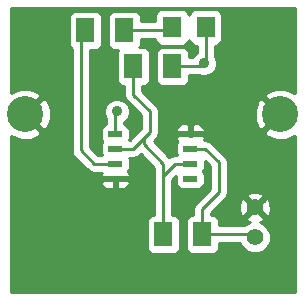
<source format=gtl>
G04 (created by PCBNEW (2013-07-07 BZR 4022)-stable) date 1/23/2014 9:04:30 AM*
%MOIN*%
G04 Gerber Fmt 3.4, Leading zero omitted, Abs format*
%FSLAX34Y34*%
G01*
G70*
G90*
G04 APERTURE LIST*
%ADD10C,0.00590551*%
%ADD11R,0.045X0.02*%
%ADD12R,0.06X0.08*%
%ADD13C,0.055*%
%ADD14R,0.0629X0.0709*%
%ADD15C,0.12*%
%ADD16C,0.035*%
%ADD17C,0.01*%
G04 APERTURE END LIST*
G54D10*
G54D11*
X59250Y-57450D03*
X59250Y-57950D03*
X59250Y-58450D03*
X59250Y-58950D03*
X56750Y-58950D03*
X56750Y-58450D03*
X56750Y-57950D03*
X56750Y-57450D03*
G54D12*
X57350Y-55200D03*
X58650Y-55200D03*
X59650Y-60800D03*
X58350Y-60800D03*
X55750Y-54000D03*
X57050Y-54000D03*
G54D13*
X61400Y-59900D03*
X61400Y-60900D03*
G54D14*
X58641Y-53900D03*
X59759Y-53900D03*
G54D15*
X53750Y-56800D03*
X62250Y-56800D03*
G54D16*
X56800Y-56700D03*
X59700Y-55100D03*
G54D17*
X56750Y-57450D02*
X56750Y-56750D01*
X56750Y-56750D02*
X56800Y-56700D01*
X59759Y-54000D02*
X59759Y-55041D01*
X59759Y-55041D02*
X59700Y-55100D01*
X58650Y-55200D02*
X59600Y-55200D01*
X59600Y-55200D02*
X59700Y-55100D01*
X58350Y-58900D02*
X58350Y-58850D01*
X58750Y-58450D02*
X59250Y-58450D01*
X58350Y-58850D02*
X58750Y-58450D01*
X58350Y-58450D02*
X58350Y-58900D01*
X58350Y-58900D02*
X58350Y-60800D01*
X57350Y-55200D02*
X57350Y-56150D01*
X57350Y-57950D02*
X56750Y-57950D01*
X57350Y-56150D02*
X57900Y-56700D01*
X57700Y-57600D02*
X57700Y-57800D01*
X57700Y-57800D02*
X58350Y-58450D01*
X57900Y-57400D02*
X57700Y-57600D01*
X57700Y-57600D02*
X57350Y-57950D01*
X57900Y-56700D02*
X57900Y-57400D01*
X57050Y-54000D02*
X58641Y-54000D01*
X56750Y-58450D02*
X56050Y-58450D01*
X55600Y-54150D02*
X55750Y-54000D01*
X55600Y-58000D02*
X55600Y-54150D01*
X56050Y-58450D02*
X55600Y-58000D01*
X59650Y-60800D02*
X61300Y-60800D01*
X61300Y-60800D02*
X61400Y-60900D01*
X59650Y-60800D02*
X59650Y-59950D01*
X59750Y-57950D02*
X59250Y-57950D01*
X60200Y-58400D02*
X59750Y-57950D01*
X60200Y-59400D02*
X60200Y-58400D01*
X59650Y-59950D02*
X60200Y-59400D01*
G54D10*
G36*
X62730Y-62730D02*
X61929Y-62730D01*
X61929Y-59975D01*
X61918Y-59767D01*
X61860Y-59627D01*
X61767Y-59602D01*
X61697Y-59673D01*
X61697Y-59532D01*
X61672Y-59439D01*
X61475Y-59370D01*
X61267Y-59381D01*
X61127Y-59439D01*
X61102Y-59532D01*
X61400Y-59829D01*
X61697Y-59532D01*
X61697Y-59673D01*
X61470Y-59900D01*
X61767Y-60197D01*
X61860Y-60172D01*
X61929Y-59975D01*
X61929Y-62730D01*
X61925Y-62730D01*
X61925Y-60796D01*
X61845Y-60603D01*
X61697Y-60455D01*
X61571Y-60402D01*
X61672Y-60360D01*
X61697Y-60267D01*
X61400Y-59970D01*
X61329Y-60041D01*
X61329Y-59900D01*
X61032Y-59602D01*
X60939Y-59627D01*
X60870Y-59824D01*
X60881Y-60032D01*
X60939Y-60172D01*
X61032Y-60197D01*
X61329Y-59900D01*
X61329Y-60041D01*
X61102Y-60267D01*
X61127Y-60360D01*
X61237Y-60399D01*
X61103Y-60454D01*
X61057Y-60500D01*
X60200Y-60500D01*
X60200Y-60350D01*
X60162Y-60258D01*
X60091Y-60188D01*
X59999Y-60150D01*
X59950Y-60150D01*
X59950Y-60074D01*
X60412Y-59612D01*
X60412Y-59612D01*
X60477Y-59514D01*
X60499Y-59400D01*
X60500Y-59400D01*
X60500Y-58400D01*
X60477Y-58285D01*
X60412Y-58187D01*
X59962Y-57737D01*
X59864Y-57672D01*
X59750Y-57650D01*
X59704Y-57650D01*
X59725Y-57599D01*
X59725Y-57300D01*
X59687Y-57208D01*
X59616Y-57138D01*
X59524Y-57100D01*
X59425Y-57099D01*
X59362Y-57100D01*
X59300Y-57162D01*
X59300Y-57400D01*
X59662Y-57400D01*
X59725Y-57337D01*
X59725Y-57300D01*
X59725Y-57599D01*
X59725Y-57562D01*
X59662Y-57500D01*
X59300Y-57500D01*
X59300Y-57507D01*
X59200Y-57507D01*
X59200Y-57500D01*
X59200Y-57400D01*
X59200Y-57162D01*
X59137Y-57100D01*
X59074Y-57099D01*
X58975Y-57100D01*
X58883Y-57138D01*
X58812Y-57208D01*
X58774Y-57300D01*
X58775Y-57337D01*
X58837Y-57400D01*
X59200Y-57400D01*
X59200Y-57500D01*
X58837Y-57500D01*
X58775Y-57562D01*
X58774Y-57599D01*
X58812Y-57691D01*
X58821Y-57699D01*
X58813Y-57708D01*
X58775Y-57800D01*
X58774Y-57899D01*
X58774Y-58099D01*
X58795Y-58150D01*
X58750Y-58150D01*
X58635Y-58172D01*
X58552Y-58228D01*
X58024Y-57700D01*
X58112Y-57612D01*
X58112Y-57612D01*
X58177Y-57514D01*
X58199Y-57400D01*
X58200Y-57400D01*
X58200Y-56700D01*
X58177Y-56585D01*
X58112Y-56487D01*
X58112Y-56487D01*
X57650Y-56025D01*
X57650Y-55850D01*
X57699Y-55850D01*
X57791Y-55812D01*
X57861Y-55741D01*
X57899Y-55649D01*
X57900Y-55550D01*
X57900Y-54750D01*
X57862Y-54658D01*
X57791Y-54588D01*
X57699Y-54550D01*
X57600Y-54549D01*
X57553Y-54549D01*
X57561Y-54541D01*
X57599Y-54449D01*
X57600Y-54350D01*
X57600Y-54300D01*
X58076Y-54300D01*
X58076Y-54304D01*
X58114Y-54395D01*
X58184Y-54466D01*
X58276Y-54504D01*
X58376Y-54504D01*
X59005Y-54504D01*
X59096Y-54466D01*
X59167Y-54396D01*
X59200Y-54317D01*
X59232Y-54395D01*
X59302Y-54466D01*
X59394Y-54504D01*
X59459Y-54504D01*
X59459Y-54740D01*
X59339Y-54858D01*
X59322Y-54900D01*
X59200Y-54900D01*
X59200Y-54750D01*
X59162Y-54658D01*
X59091Y-54588D01*
X58999Y-54550D01*
X58900Y-54549D01*
X58300Y-54549D01*
X58208Y-54587D01*
X58138Y-54658D01*
X58100Y-54750D01*
X58099Y-54849D01*
X58099Y-55649D01*
X58137Y-55741D01*
X58208Y-55811D01*
X58300Y-55849D01*
X58399Y-55850D01*
X58999Y-55850D01*
X59091Y-55812D01*
X59161Y-55741D01*
X59199Y-55649D01*
X59200Y-55550D01*
X59200Y-55500D01*
X59555Y-55500D01*
X59615Y-55524D01*
X59784Y-55525D01*
X59940Y-55460D01*
X60060Y-55341D01*
X60124Y-55184D01*
X60125Y-55015D01*
X60060Y-54859D01*
X60059Y-54858D01*
X60059Y-54504D01*
X60123Y-54504D01*
X60214Y-54466D01*
X60285Y-54396D01*
X60323Y-54304D01*
X60323Y-54204D01*
X60323Y-53495D01*
X60285Y-53404D01*
X60215Y-53333D01*
X60123Y-53295D01*
X60023Y-53295D01*
X59394Y-53295D01*
X59303Y-53333D01*
X59232Y-53403D01*
X59199Y-53482D01*
X59167Y-53404D01*
X59097Y-53333D01*
X59005Y-53295D01*
X58905Y-53295D01*
X58276Y-53295D01*
X58185Y-53333D01*
X58114Y-53403D01*
X58076Y-53495D01*
X58076Y-53595D01*
X58076Y-53700D01*
X57600Y-53700D01*
X57600Y-53550D01*
X57562Y-53458D01*
X57491Y-53388D01*
X57399Y-53350D01*
X57300Y-53349D01*
X56700Y-53349D01*
X56608Y-53387D01*
X56538Y-53458D01*
X56500Y-53550D01*
X56499Y-53649D01*
X56499Y-54449D01*
X56537Y-54541D01*
X56608Y-54611D01*
X56700Y-54649D01*
X56799Y-54650D01*
X56846Y-54650D01*
X56838Y-54658D01*
X56800Y-54750D01*
X56799Y-54849D01*
X56799Y-55649D01*
X56837Y-55741D01*
X56908Y-55811D01*
X57000Y-55849D01*
X57050Y-55849D01*
X57050Y-56150D01*
X57072Y-56264D01*
X57137Y-56362D01*
X57600Y-56824D01*
X57600Y-57275D01*
X57487Y-57387D01*
X57487Y-57387D01*
X57225Y-57650D01*
X57204Y-57650D01*
X57224Y-57599D01*
X57225Y-57500D01*
X57225Y-57300D01*
X57187Y-57208D01*
X57116Y-57138D01*
X57050Y-57110D01*
X57050Y-57050D01*
X57160Y-56941D01*
X57224Y-56784D01*
X57225Y-56615D01*
X57160Y-56459D01*
X57041Y-56339D01*
X56884Y-56275D01*
X56715Y-56274D01*
X56559Y-56339D01*
X56439Y-56458D01*
X56375Y-56615D01*
X56374Y-56784D01*
X56439Y-56940D01*
X56450Y-56950D01*
X56450Y-57110D01*
X56383Y-57137D01*
X56313Y-57208D01*
X56275Y-57300D01*
X56274Y-57399D01*
X56274Y-57599D01*
X56312Y-57691D01*
X56321Y-57699D01*
X56313Y-57708D01*
X56275Y-57800D01*
X56274Y-57899D01*
X56274Y-58099D01*
X56295Y-58150D01*
X56174Y-58150D01*
X55900Y-57875D01*
X55900Y-54650D01*
X56099Y-54650D01*
X56191Y-54612D01*
X56261Y-54541D01*
X56299Y-54449D01*
X56300Y-54350D01*
X56300Y-53550D01*
X56262Y-53458D01*
X56191Y-53388D01*
X56099Y-53350D01*
X56000Y-53349D01*
X55400Y-53349D01*
X55308Y-53387D01*
X55238Y-53458D01*
X55200Y-53550D01*
X55199Y-53649D01*
X55199Y-54449D01*
X55237Y-54541D01*
X55300Y-54603D01*
X55300Y-58000D01*
X55322Y-58114D01*
X55387Y-58212D01*
X55837Y-58662D01*
X55935Y-58727D01*
X56050Y-58750D01*
X56295Y-58750D01*
X56274Y-58800D01*
X56275Y-58837D01*
X56337Y-58900D01*
X56700Y-58900D01*
X56700Y-58892D01*
X56800Y-58892D01*
X56800Y-58900D01*
X57162Y-58900D01*
X57225Y-58837D01*
X57225Y-58800D01*
X57187Y-58708D01*
X57178Y-58700D01*
X57186Y-58691D01*
X57224Y-58599D01*
X57225Y-58500D01*
X57225Y-58300D01*
X57204Y-58250D01*
X57350Y-58250D01*
X57350Y-58249D01*
X57464Y-58227D01*
X57464Y-58227D01*
X57562Y-58162D01*
X57599Y-58124D01*
X58050Y-58574D01*
X58050Y-58850D01*
X58050Y-58900D01*
X58050Y-60149D01*
X58000Y-60149D01*
X57908Y-60187D01*
X57838Y-60258D01*
X57800Y-60350D01*
X57799Y-60449D01*
X57799Y-61249D01*
X57837Y-61341D01*
X57908Y-61411D01*
X58000Y-61449D01*
X58099Y-61450D01*
X58699Y-61450D01*
X58791Y-61412D01*
X58861Y-61341D01*
X58899Y-61249D01*
X58900Y-61150D01*
X58900Y-60350D01*
X58862Y-60258D01*
X58791Y-60188D01*
X58699Y-60150D01*
X58650Y-60150D01*
X58650Y-58974D01*
X58775Y-58849D01*
X58774Y-58899D01*
X58774Y-59099D01*
X58812Y-59191D01*
X58883Y-59261D01*
X58975Y-59299D01*
X59074Y-59300D01*
X59524Y-59300D01*
X59616Y-59262D01*
X59686Y-59191D01*
X59724Y-59099D01*
X59725Y-59000D01*
X59725Y-58800D01*
X59687Y-58708D01*
X59678Y-58700D01*
X59686Y-58691D01*
X59724Y-58599D01*
X59725Y-58500D01*
X59725Y-58349D01*
X59900Y-58524D01*
X59900Y-59275D01*
X59437Y-59737D01*
X59372Y-59835D01*
X59350Y-59950D01*
X59350Y-60149D01*
X59300Y-60149D01*
X59208Y-60187D01*
X59138Y-60258D01*
X59100Y-60350D01*
X59099Y-60449D01*
X59099Y-61249D01*
X59137Y-61341D01*
X59208Y-61411D01*
X59300Y-61449D01*
X59399Y-61450D01*
X59999Y-61450D01*
X60091Y-61412D01*
X60161Y-61341D01*
X60199Y-61249D01*
X60200Y-61150D01*
X60200Y-61100D01*
X60914Y-61100D01*
X60954Y-61197D01*
X61102Y-61344D01*
X61295Y-61424D01*
X61503Y-61425D01*
X61697Y-61345D01*
X61844Y-61197D01*
X61924Y-61004D01*
X61925Y-60796D01*
X61925Y-62730D01*
X57225Y-62730D01*
X57225Y-59099D01*
X57225Y-59062D01*
X57162Y-59000D01*
X56800Y-59000D01*
X56800Y-59237D01*
X56862Y-59300D01*
X56925Y-59300D01*
X57024Y-59299D01*
X57116Y-59261D01*
X57187Y-59191D01*
X57225Y-59099D01*
X57225Y-62730D01*
X56700Y-62730D01*
X56700Y-59237D01*
X56700Y-59000D01*
X56337Y-59000D01*
X56275Y-59062D01*
X56274Y-59099D01*
X56312Y-59191D01*
X56383Y-59261D01*
X56475Y-59299D01*
X56574Y-59300D01*
X56637Y-59300D01*
X56700Y-59237D01*
X56700Y-62730D01*
X54602Y-62730D01*
X54602Y-56953D01*
X54596Y-56615D01*
X54479Y-56331D01*
X54352Y-56267D01*
X53820Y-56800D01*
X54352Y-57332D01*
X54479Y-57268D01*
X54602Y-56953D01*
X54602Y-62730D01*
X53269Y-62730D01*
X53269Y-57505D01*
X53281Y-57529D01*
X53596Y-57652D01*
X53934Y-57646D01*
X54218Y-57529D01*
X54282Y-57402D01*
X53750Y-56870D01*
X53744Y-56876D01*
X53673Y-56805D01*
X53679Y-56800D01*
X53673Y-56794D01*
X53744Y-56723D01*
X53750Y-56729D01*
X54282Y-56197D01*
X54218Y-56070D01*
X53903Y-55947D01*
X53565Y-55953D01*
X53281Y-56070D01*
X53269Y-56094D01*
X53269Y-53269D01*
X62730Y-53269D01*
X62730Y-56094D01*
X62718Y-56070D01*
X62403Y-55947D01*
X62065Y-55953D01*
X61781Y-56070D01*
X61717Y-56197D01*
X62250Y-56729D01*
X62255Y-56723D01*
X62326Y-56794D01*
X62320Y-56800D01*
X62326Y-56805D01*
X62255Y-56876D01*
X62250Y-56870D01*
X62179Y-56941D01*
X62179Y-56800D01*
X61647Y-56267D01*
X61520Y-56331D01*
X61397Y-56646D01*
X61403Y-56984D01*
X61520Y-57268D01*
X61647Y-57332D01*
X62179Y-56800D01*
X62179Y-56941D01*
X61717Y-57402D01*
X61781Y-57529D01*
X62096Y-57652D01*
X62434Y-57646D01*
X62718Y-57529D01*
X62730Y-57505D01*
X62730Y-62730D01*
X62730Y-62730D01*
G37*
G54D17*
X62730Y-62730D02*
X61929Y-62730D01*
X61929Y-59975D01*
X61918Y-59767D01*
X61860Y-59627D01*
X61767Y-59602D01*
X61697Y-59673D01*
X61697Y-59532D01*
X61672Y-59439D01*
X61475Y-59370D01*
X61267Y-59381D01*
X61127Y-59439D01*
X61102Y-59532D01*
X61400Y-59829D01*
X61697Y-59532D01*
X61697Y-59673D01*
X61470Y-59900D01*
X61767Y-60197D01*
X61860Y-60172D01*
X61929Y-59975D01*
X61929Y-62730D01*
X61925Y-62730D01*
X61925Y-60796D01*
X61845Y-60603D01*
X61697Y-60455D01*
X61571Y-60402D01*
X61672Y-60360D01*
X61697Y-60267D01*
X61400Y-59970D01*
X61329Y-60041D01*
X61329Y-59900D01*
X61032Y-59602D01*
X60939Y-59627D01*
X60870Y-59824D01*
X60881Y-60032D01*
X60939Y-60172D01*
X61032Y-60197D01*
X61329Y-59900D01*
X61329Y-60041D01*
X61102Y-60267D01*
X61127Y-60360D01*
X61237Y-60399D01*
X61103Y-60454D01*
X61057Y-60500D01*
X60200Y-60500D01*
X60200Y-60350D01*
X60162Y-60258D01*
X60091Y-60188D01*
X59999Y-60150D01*
X59950Y-60150D01*
X59950Y-60074D01*
X60412Y-59612D01*
X60412Y-59612D01*
X60477Y-59514D01*
X60499Y-59400D01*
X60500Y-59400D01*
X60500Y-58400D01*
X60477Y-58285D01*
X60412Y-58187D01*
X59962Y-57737D01*
X59864Y-57672D01*
X59750Y-57650D01*
X59704Y-57650D01*
X59725Y-57599D01*
X59725Y-57300D01*
X59687Y-57208D01*
X59616Y-57138D01*
X59524Y-57100D01*
X59425Y-57099D01*
X59362Y-57100D01*
X59300Y-57162D01*
X59300Y-57400D01*
X59662Y-57400D01*
X59725Y-57337D01*
X59725Y-57300D01*
X59725Y-57599D01*
X59725Y-57562D01*
X59662Y-57500D01*
X59300Y-57500D01*
X59300Y-57507D01*
X59200Y-57507D01*
X59200Y-57500D01*
X59200Y-57400D01*
X59200Y-57162D01*
X59137Y-57100D01*
X59074Y-57099D01*
X58975Y-57100D01*
X58883Y-57138D01*
X58812Y-57208D01*
X58774Y-57300D01*
X58775Y-57337D01*
X58837Y-57400D01*
X59200Y-57400D01*
X59200Y-57500D01*
X58837Y-57500D01*
X58775Y-57562D01*
X58774Y-57599D01*
X58812Y-57691D01*
X58821Y-57699D01*
X58813Y-57708D01*
X58775Y-57800D01*
X58774Y-57899D01*
X58774Y-58099D01*
X58795Y-58150D01*
X58750Y-58150D01*
X58635Y-58172D01*
X58552Y-58228D01*
X58024Y-57700D01*
X58112Y-57612D01*
X58112Y-57612D01*
X58177Y-57514D01*
X58199Y-57400D01*
X58200Y-57400D01*
X58200Y-56700D01*
X58177Y-56585D01*
X58112Y-56487D01*
X58112Y-56487D01*
X57650Y-56025D01*
X57650Y-55850D01*
X57699Y-55850D01*
X57791Y-55812D01*
X57861Y-55741D01*
X57899Y-55649D01*
X57900Y-55550D01*
X57900Y-54750D01*
X57862Y-54658D01*
X57791Y-54588D01*
X57699Y-54550D01*
X57600Y-54549D01*
X57553Y-54549D01*
X57561Y-54541D01*
X57599Y-54449D01*
X57600Y-54350D01*
X57600Y-54300D01*
X58076Y-54300D01*
X58076Y-54304D01*
X58114Y-54395D01*
X58184Y-54466D01*
X58276Y-54504D01*
X58376Y-54504D01*
X59005Y-54504D01*
X59096Y-54466D01*
X59167Y-54396D01*
X59200Y-54317D01*
X59232Y-54395D01*
X59302Y-54466D01*
X59394Y-54504D01*
X59459Y-54504D01*
X59459Y-54740D01*
X59339Y-54858D01*
X59322Y-54900D01*
X59200Y-54900D01*
X59200Y-54750D01*
X59162Y-54658D01*
X59091Y-54588D01*
X58999Y-54550D01*
X58900Y-54549D01*
X58300Y-54549D01*
X58208Y-54587D01*
X58138Y-54658D01*
X58100Y-54750D01*
X58099Y-54849D01*
X58099Y-55649D01*
X58137Y-55741D01*
X58208Y-55811D01*
X58300Y-55849D01*
X58399Y-55850D01*
X58999Y-55850D01*
X59091Y-55812D01*
X59161Y-55741D01*
X59199Y-55649D01*
X59200Y-55550D01*
X59200Y-55500D01*
X59555Y-55500D01*
X59615Y-55524D01*
X59784Y-55525D01*
X59940Y-55460D01*
X60060Y-55341D01*
X60124Y-55184D01*
X60125Y-55015D01*
X60060Y-54859D01*
X60059Y-54858D01*
X60059Y-54504D01*
X60123Y-54504D01*
X60214Y-54466D01*
X60285Y-54396D01*
X60323Y-54304D01*
X60323Y-54204D01*
X60323Y-53495D01*
X60285Y-53404D01*
X60215Y-53333D01*
X60123Y-53295D01*
X60023Y-53295D01*
X59394Y-53295D01*
X59303Y-53333D01*
X59232Y-53403D01*
X59199Y-53482D01*
X59167Y-53404D01*
X59097Y-53333D01*
X59005Y-53295D01*
X58905Y-53295D01*
X58276Y-53295D01*
X58185Y-53333D01*
X58114Y-53403D01*
X58076Y-53495D01*
X58076Y-53595D01*
X58076Y-53700D01*
X57600Y-53700D01*
X57600Y-53550D01*
X57562Y-53458D01*
X57491Y-53388D01*
X57399Y-53350D01*
X57300Y-53349D01*
X56700Y-53349D01*
X56608Y-53387D01*
X56538Y-53458D01*
X56500Y-53550D01*
X56499Y-53649D01*
X56499Y-54449D01*
X56537Y-54541D01*
X56608Y-54611D01*
X56700Y-54649D01*
X56799Y-54650D01*
X56846Y-54650D01*
X56838Y-54658D01*
X56800Y-54750D01*
X56799Y-54849D01*
X56799Y-55649D01*
X56837Y-55741D01*
X56908Y-55811D01*
X57000Y-55849D01*
X57050Y-55849D01*
X57050Y-56150D01*
X57072Y-56264D01*
X57137Y-56362D01*
X57600Y-56824D01*
X57600Y-57275D01*
X57487Y-57387D01*
X57487Y-57387D01*
X57225Y-57650D01*
X57204Y-57650D01*
X57224Y-57599D01*
X57225Y-57500D01*
X57225Y-57300D01*
X57187Y-57208D01*
X57116Y-57138D01*
X57050Y-57110D01*
X57050Y-57050D01*
X57160Y-56941D01*
X57224Y-56784D01*
X57225Y-56615D01*
X57160Y-56459D01*
X57041Y-56339D01*
X56884Y-56275D01*
X56715Y-56274D01*
X56559Y-56339D01*
X56439Y-56458D01*
X56375Y-56615D01*
X56374Y-56784D01*
X56439Y-56940D01*
X56450Y-56950D01*
X56450Y-57110D01*
X56383Y-57137D01*
X56313Y-57208D01*
X56275Y-57300D01*
X56274Y-57399D01*
X56274Y-57599D01*
X56312Y-57691D01*
X56321Y-57699D01*
X56313Y-57708D01*
X56275Y-57800D01*
X56274Y-57899D01*
X56274Y-58099D01*
X56295Y-58150D01*
X56174Y-58150D01*
X55900Y-57875D01*
X55900Y-54650D01*
X56099Y-54650D01*
X56191Y-54612D01*
X56261Y-54541D01*
X56299Y-54449D01*
X56300Y-54350D01*
X56300Y-53550D01*
X56262Y-53458D01*
X56191Y-53388D01*
X56099Y-53350D01*
X56000Y-53349D01*
X55400Y-53349D01*
X55308Y-53387D01*
X55238Y-53458D01*
X55200Y-53550D01*
X55199Y-53649D01*
X55199Y-54449D01*
X55237Y-54541D01*
X55300Y-54603D01*
X55300Y-58000D01*
X55322Y-58114D01*
X55387Y-58212D01*
X55837Y-58662D01*
X55935Y-58727D01*
X56050Y-58750D01*
X56295Y-58750D01*
X56274Y-58800D01*
X56275Y-58837D01*
X56337Y-58900D01*
X56700Y-58900D01*
X56700Y-58892D01*
X56800Y-58892D01*
X56800Y-58900D01*
X57162Y-58900D01*
X57225Y-58837D01*
X57225Y-58800D01*
X57187Y-58708D01*
X57178Y-58700D01*
X57186Y-58691D01*
X57224Y-58599D01*
X57225Y-58500D01*
X57225Y-58300D01*
X57204Y-58250D01*
X57350Y-58250D01*
X57350Y-58249D01*
X57464Y-58227D01*
X57464Y-58227D01*
X57562Y-58162D01*
X57599Y-58124D01*
X58050Y-58574D01*
X58050Y-58850D01*
X58050Y-58900D01*
X58050Y-60149D01*
X58000Y-60149D01*
X57908Y-60187D01*
X57838Y-60258D01*
X57800Y-60350D01*
X57799Y-60449D01*
X57799Y-61249D01*
X57837Y-61341D01*
X57908Y-61411D01*
X58000Y-61449D01*
X58099Y-61450D01*
X58699Y-61450D01*
X58791Y-61412D01*
X58861Y-61341D01*
X58899Y-61249D01*
X58900Y-61150D01*
X58900Y-60350D01*
X58862Y-60258D01*
X58791Y-60188D01*
X58699Y-60150D01*
X58650Y-60150D01*
X58650Y-58974D01*
X58775Y-58849D01*
X58774Y-58899D01*
X58774Y-59099D01*
X58812Y-59191D01*
X58883Y-59261D01*
X58975Y-59299D01*
X59074Y-59300D01*
X59524Y-59300D01*
X59616Y-59262D01*
X59686Y-59191D01*
X59724Y-59099D01*
X59725Y-59000D01*
X59725Y-58800D01*
X59687Y-58708D01*
X59678Y-58700D01*
X59686Y-58691D01*
X59724Y-58599D01*
X59725Y-58500D01*
X59725Y-58349D01*
X59900Y-58524D01*
X59900Y-59275D01*
X59437Y-59737D01*
X59372Y-59835D01*
X59350Y-59950D01*
X59350Y-60149D01*
X59300Y-60149D01*
X59208Y-60187D01*
X59138Y-60258D01*
X59100Y-60350D01*
X59099Y-60449D01*
X59099Y-61249D01*
X59137Y-61341D01*
X59208Y-61411D01*
X59300Y-61449D01*
X59399Y-61450D01*
X59999Y-61450D01*
X60091Y-61412D01*
X60161Y-61341D01*
X60199Y-61249D01*
X60200Y-61150D01*
X60200Y-61100D01*
X60914Y-61100D01*
X60954Y-61197D01*
X61102Y-61344D01*
X61295Y-61424D01*
X61503Y-61425D01*
X61697Y-61345D01*
X61844Y-61197D01*
X61924Y-61004D01*
X61925Y-60796D01*
X61925Y-62730D01*
X57225Y-62730D01*
X57225Y-59099D01*
X57225Y-59062D01*
X57162Y-59000D01*
X56800Y-59000D01*
X56800Y-59237D01*
X56862Y-59300D01*
X56925Y-59300D01*
X57024Y-59299D01*
X57116Y-59261D01*
X57187Y-59191D01*
X57225Y-59099D01*
X57225Y-62730D01*
X56700Y-62730D01*
X56700Y-59237D01*
X56700Y-59000D01*
X56337Y-59000D01*
X56275Y-59062D01*
X56274Y-59099D01*
X56312Y-59191D01*
X56383Y-59261D01*
X56475Y-59299D01*
X56574Y-59300D01*
X56637Y-59300D01*
X56700Y-59237D01*
X56700Y-62730D01*
X54602Y-62730D01*
X54602Y-56953D01*
X54596Y-56615D01*
X54479Y-56331D01*
X54352Y-56267D01*
X53820Y-56800D01*
X54352Y-57332D01*
X54479Y-57268D01*
X54602Y-56953D01*
X54602Y-62730D01*
X53269Y-62730D01*
X53269Y-57505D01*
X53281Y-57529D01*
X53596Y-57652D01*
X53934Y-57646D01*
X54218Y-57529D01*
X54282Y-57402D01*
X53750Y-56870D01*
X53744Y-56876D01*
X53673Y-56805D01*
X53679Y-56800D01*
X53673Y-56794D01*
X53744Y-56723D01*
X53750Y-56729D01*
X54282Y-56197D01*
X54218Y-56070D01*
X53903Y-55947D01*
X53565Y-55953D01*
X53281Y-56070D01*
X53269Y-56094D01*
X53269Y-53269D01*
X62730Y-53269D01*
X62730Y-56094D01*
X62718Y-56070D01*
X62403Y-55947D01*
X62065Y-55953D01*
X61781Y-56070D01*
X61717Y-56197D01*
X62250Y-56729D01*
X62255Y-56723D01*
X62326Y-56794D01*
X62320Y-56800D01*
X62326Y-56805D01*
X62255Y-56876D01*
X62250Y-56870D01*
X62179Y-56941D01*
X62179Y-56800D01*
X61647Y-56267D01*
X61520Y-56331D01*
X61397Y-56646D01*
X61403Y-56984D01*
X61520Y-57268D01*
X61647Y-57332D01*
X62179Y-56800D01*
X62179Y-56941D01*
X61717Y-57402D01*
X61781Y-57529D01*
X62096Y-57652D01*
X62434Y-57646D01*
X62718Y-57529D01*
X62730Y-57505D01*
X62730Y-62730D01*
M02*

</source>
